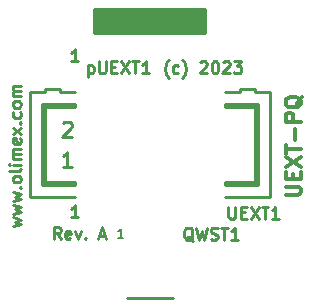
<source format=gbr>
G04 #@! TF.GenerationSoftware,KiCad,Pcbnew,5.1.0-rc2-unknown-036be7d~80~ubuntu16.04.1*
G04 #@! TF.CreationDate,2023-05-22T11:40:45+03:00*
G04 #@! TF.ProjectId,UEXT-PQ_Rev_A,55455854-2d50-4515-9f52-65765f412e6b,A*
G04 #@! TF.SameCoordinates,Original*
G04 #@! TF.FileFunction,Legend,Top*
G04 #@! TF.FilePolarity,Positive*
%FSLAX46Y46*%
G04 Gerber Fmt 4.6, Leading zero omitted, Abs format (unit mm)*
G04 Created by KiCad (PCBNEW 5.1.0-rc2-unknown-036be7d~80~ubuntu16.04.1) date 2023-05-22 11:40:45*
%MOMM*%
%LPD*%
G04 APERTURE LIST*
%ADD10C,0.254000*%
%ADD11C,0.317500*%
%ADD12C,0.190500*%
G04 APERTURE END LIST*
D10*
X80935285Y-144731619D02*
X80354714Y-144731619D01*
X80645000Y-144731619D02*
X80645000Y-143715619D01*
X80548238Y-143860761D01*
X80451476Y-143957523D01*
X80354714Y-144005904D01*
D11*
X98491523Y-142859880D02*
X99519619Y-142859880D01*
X99640571Y-142799404D01*
X99701047Y-142738928D01*
X99761523Y-142617976D01*
X99761523Y-142376071D01*
X99701047Y-142255119D01*
X99640571Y-142194642D01*
X99519619Y-142134166D01*
X98491523Y-142134166D01*
X99096285Y-141529404D02*
X99096285Y-141106071D01*
X99761523Y-140924642D02*
X99761523Y-141529404D01*
X98491523Y-141529404D01*
X98491523Y-140924642D01*
X98491523Y-140501309D02*
X99761523Y-139654642D01*
X98491523Y-139654642D02*
X99761523Y-140501309D01*
X98491523Y-139352261D02*
X98491523Y-138626547D01*
X99761523Y-138989404D02*
X98491523Y-138989404D01*
X99277714Y-138203214D02*
X99277714Y-137235595D01*
X99761523Y-136630833D02*
X98491523Y-136630833D01*
X98491523Y-136147023D01*
X98552000Y-136026071D01*
X98612476Y-135965595D01*
X98733428Y-135905119D01*
X98914857Y-135905119D01*
X99035809Y-135965595D01*
X99096285Y-136026071D01*
X99156761Y-136147023D01*
X99156761Y-136630833D01*
X99882476Y-134514166D02*
X99822000Y-134635119D01*
X99701047Y-134756071D01*
X99519619Y-134937500D01*
X99459142Y-135058452D01*
X99459142Y-135179404D01*
X99761523Y-135118928D02*
X99701047Y-135239880D01*
X99580095Y-135360833D01*
X99338190Y-135421309D01*
X98914857Y-135421309D01*
X98672952Y-135360833D01*
X98552000Y-135239880D01*
X98491523Y-135118928D01*
X98491523Y-134877023D01*
X98552000Y-134756071D01*
X98672952Y-134635119D01*
X98914857Y-134574642D01*
X99338190Y-134574642D01*
X99580095Y-134635119D01*
X99701047Y-134756071D01*
X99761523Y-134877023D01*
X99761523Y-135118928D01*
D10*
X75410785Y-145508738D02*
X76088119Y-145315214D01*
X75604309Y-145121690D01*
X76088119Y-144928166D01*
X75410785Y-144734642D01*
X75410785Y-144444357D02*
X76088119Y-144250833D01*
X75604309Y-144057309D01*
X76088119Y-143863785D01*
X75410785Y-143670261D01*
X75410785Y-143379976D02*
X76088119Y-143186452D01*
X75604309Y-142992928D01*
X76088119Y-142799404D01*
X75410785Y-142605880D01*
X75991357Y-142218833D02*
X76039738Y-142170452D01*
X76088119Y-142218833D01*
X76039738Y-142267214D01*
X75991357Y-142218833D01*
X76088119Y-142218833D01*
X76088119Y-141589880D02*
X76039738Y-141686642D01*
X75991357Y-141735023D01*
X75894595Y-141783404D01*
X75604309Y-141783404D01*
X75507547Y-141735023D01*
X75459166Y-141686642D01*
X75410785Y-141589880D01*
X75410785Y-141444738D01*
X75459166Y-141347976D01*
X75507547Y-141299595D01*
X75604309Y-141251214D01*
X75894595Y-141251214D01*
X75991357Y-141299595D01*
X76039738Y-141347976D01*
X76088119Y-141444738D01*
X76088119Y-141589880D01*
X76088119Y-140670642D02*
X76039738Y-140767404D01*
X75942976Y-140815785D01*
X75072119Y-140815785D01*
X76088119Y-140283595D02*
X75410785Y-140283595D01*
X75072119Y-140283595D02*
X75120500Y-140331976D01*
X75168880Y-140283595D01*
X75120500Y-140235214D01*
X75072119Y-140283595D01*
X75168880Y-140283595D01*
X76088119Y-139799785D02*
X75410785Y-139799785D01*
X75507547Y-139799785D02*
X75459166Y-139751404D01*
X75410785Y-139654642D01*
X75410785Y-139509500D01*
X75459166Y-139412738D01*
X75555928Y-139364357D01*
X76088119Y-139364357D01*
X75555928Y-139364357D02*
X75459166Y-139315976D01*
X75410785Y-139219214D01*
X75410785Y-139074071D01*
X75459166Y-138977309D01*
X75555928Y-138928928D01*
X76088119Y-138928928D01*
X76039738Y-138058071D02*
X76088119Y-138154833D01*
X76088119Y-138348357D01*
X76039738Y-138445119D01*
X75942976Y-138493500D01*
X75555928Y-138493500D01*
X75459166Y-138445119D01*
X75410785Y-138348357D01*
X75410785Y-138154833D01*
X75459166Y-138058071D01*
X75555928Y-138009690D01*
X75652690Y-138009690D01*
X75749452Y-138493500D01*
X76088119Y-137671023D02*
X75410785Y-137138833D01*
X75410785Y-137671023D02*
X76088119Y-137138833D01*
X75991357Y-136751785D02*
X76039738Y-136703404D01*
X76088119Y-136751785D01*
X76039738Y-136800166D01*
X75991357Y-136751785D01*
X76088119Y-136751785D01*
X76039738Y-135832547D02*
X76088119Y-135929309D01*
X76088119Y-136122833D01*
X76039738Y-136219595D01*
X75991357Y-136267976D01*
X75894595Y-136316357D01*
X75604309Y-136316357D01*
X75507547Y-136267976D01*
X75459166Y-136219595D01*
X75410785Y-136122833D01*
X75410785Y-135929309D01*
X75459166Y-135832547D01*
X76088119Y-135251976D02*
X76039738Y-135348738D01*
X75991357Y-135397119D01*
X75894595Y-135445500D01*
X75604309Y-135445500D01*
X75507547Y-135397119D01*
X75459166Y-135348738D01*
X75410785Y-135251976D01*
X75410785Y-135106833D01*
X75459166Y-135010071D01*
X75507547Y-134961690D01*
X75604309Y-134913309D01*
X75894595Y-134913309D01*
X75991357Y-134961690D01*
X76039738Y-135010071D01*
X76088119Y-135106833D01*
X76088119Y-135251976D01*
X76088119Y-134477880D02*
X75410785Y-134477880D01*
X75507547Y-134477880D02*
X75459166Y-134429500D01*
X75410785Y-134332738D01*
X75410785Y-134187595D01*
X75459166Y-134090833D01*
X75555928Y-134042452D01*
X76088119Y-134042452D01*
X75555928Y-134042452D02*
X75459166Y-133994071D01*
X75410785Y-133897309D01*
X75410785Y-133752166D01*
X75459166Y-133655404D01*
X75555928Y-133607023D01*
X76088119Y-133607023D01*
X88600642Y-132926666D02*
X88552261Y-132878285D01*
X88455500Y-132733142D01*
X88407119Y-132636380D01*
X88358738Y-132491238D01*
X88310357Y-132249333D01*
X88310357Y-132055809D01*
X88358738Y-131813904D01*
X88407119Y-131668761D01*
X88455500Y-131572000D01*
X88552261Y-131426857D01*
X88600642Y-131378476D01*
X89423119Y-132491238D02*
X89326357Y-132539619D01*
X89132833Y-132539619D01*
X89036071Y-132491238D01*
X88987690Y-132442857D01*
X88939309Y-132346095D01*
X88939309Y-132055809D01*
X88987690Y-131959047D01*
X89036071Y-131910666D01*
X89132833Y-131862285D01*
X89326357Y-131862285D01*
X89423119Y-131910666D01*
X89761785Y-132926666D02*
X89810166Y-132878285D01*
X89906928Y-132733142D01*
X89955309Y-132636380D01*
X90003690Y-132491238D01*
X90052071Y-132249333D01*
X90052071Y-132055809D01*
X90003690Y-131813904D01*
X89955309Y-131668761D01*
X89906928Y-131572000D01*
X89810166Y-131426857D01*
X89761785Y-131378476D01*
X91261595Y-131620380D02*
X91309976Y-131572000D01*
X91406738Y-131523619D01*
X91648642Y-131523619D01*
X91745404Y-131572000D01*
X91793785Y-131620380D01*
X91842166Y-131717142D01*
X91842166Y-131813904D01*
X91793785Y-131959047D01*
X91213214Y-132539619D01*
X91842166Y-132539619D01*
X92471119Y-131523619D02*
X92567880Y-131523619D01*
X92664642Y-131572000D01*
X92713023Y-131620380D01*
X92761404Y-131717142D01*
X92809785Y-131910666D01*
X92809785Y-132152571D01*
X92761404Y-132346095D01*
X92713023Y-132442857D01*
X92664642Y-132491238D01*
X92567880Y-132539619D01*
X92471119Y-132539619D01*
X92374357Y-132491238D01*
X92325976Y-132442857D01*
X92277595Y-132346095D01*
X92229214Y-132152571D01*
X92229214Y-131910666D01*
X92277595Y-131717142D01*
X92325976Y-131620380D01*
X92374357Y-131572000D01*
X92471119Y-131523619D01*
X93196833Y-131620380D02*
X93245214Y-131572000D01*
X93341976Y-131523619D01*
X93583880Y-131523619D01*
X93680642Y-131572000D01*
X93729023Y-131620380D01*
X93777404Y-131717142D01*
X93777404Y-131813904D01*
X93729023Y-131959047D01*
X93148452Y-132539619D01*
X93777404Y-132539619D01*
X94116071Y-131523619D02*
X94745023Y-131523619D01*
X94406357Y-131910666D01*
X94551500Y-131910666D01*
X94648261Y-131959047D01*
X94696642Y-132007428D01*
X94745023Y-132104190D01*
X94745023Y-132346095D01*
X94696642Y-132442857D01*
X94648261Y-132491238D01*
X94551500Y-132539619D01*
X94261214Y-132539619D01*
X94164452Y-132491238D01*
X94116071Y-132442857D01*
X79453619Y-146573119D02*
X79114952Y-146089309D01*
X78873047Y-146573119D02*
X78873047Y-145557119D01*
X79260095Y-145557119D01*
X79356857Y-145605500D01*
X79405238Y-145653880D01*
X79453619Y-145750642D01*
X79453619Y-145895785D01*
X79405238Y-145992547D01*
X79356857Y-146040928D01*
X79260095Y-146089309D01*
X78873047Y-146089309D01*
X80276095Y-146524738D02*
X80179333Y-146573119D01*
X79985809Y-146573119D01*
X79889047Y-146524738D01*
X79840666Y-146427976D01*
X79840666Y-146040928D01*
X79889047Y-145944166D01*
X79985809Y-145895785D01*
X80179333Y-145895785D01*
X80276095Y-145944166D01*
X80324476Y-146040928D01*
X80324476Y-146137690D01*
X79840666Y-146234452D01*
X80663142Y-145895785D02*
X80905047Y-146573119D01*
X81146952Y-145895785D01*
X81534000Y-146476357D02*
X81582380Y-146524738D01*
X81534000Y-146573119D01*
X81485619Y-146524738D01*
X81534000Y-146476357D01*
X81534000Y-146573119D01*
X82743523Y-146282833D02*
X83227333Y-146282833D01*
X82646761Y-146573119D02*
X82985428Y-145557119D01*
X83324095Y-146573119D01*
X80650000Y-135425000D02*
X80650000Y-135171000D01*
X80650000Y-142029000D02*
X80650000Y-141775000D01*
X93350000Y-142029000D02*
X93350000Y-141775000D01*
X93350000Y-135425000D02*
X93350000Y-135171000D01*
X80650000Y-143045000D02*
X76840000Y-143045000D01*
X77856000Y-142029000D02*
X80650000Y-142029000D01*
X77856000Y-135171000D02*
X77856000Y-142029000D01*
X80650000Y-135171000D02*
X77856000Y-135171000D01*
X96144000Y-135171000D02*
X93350000Y-135171000D01*
X96144000Y-142029000D02*
X96144000Y-135171000D01*
X93350000Y-142029000D02*
X96144000Y-142029000D01*
X79380000Y-134155000D02*
X80650000Y-134155000D01*
X79380000Y-133901000D02*
X79380000Y-134155000D01*
X78110000Y-133901000D02*
X78110000Y-134155000D01*
X79380000Y-133901000D02*
X78110000Y-133901000D01*
X93350000Y-134155000D02*
X94620000Y-134155000D01*
X95890000Y-134155000D02*
X97160000Y-134155000D01*
X94620000Y-134155000D02*
X94620000Y-133901000D01*
X95890000Y-133901000D02*
X94620000Y-133901000D01*
X95890000Y-134155000D02*
X95890000Y-133901000D01*
X80650000Y-141775000D02*
X78110000Y-141775000D01*
X95890000Y-141775000D02*
X93350000Y-141775000D01*
X76840000Y-134155000D02*
X76840000Y-143045000D01*
X97160000Y-143045000D02*
X97160000Y-134155000D01*
X97160000Y-143045000D02*
X93350000Y-143045000D01*
X76840000Y-134155000D02*
X78110000Y-134155000D01*
X78110000Y-135425000D02*
X78110000Y-141775000D01*
X95890000Y-141775000D02*
X95890000Y-135425000D01*
X93350000Y-135425000D02*
X95890000Y-135425000D01*
X78110000Y-135425000D02*
X80650000Y-135425000D01*
X78364000Y-135298000D02*
X77983000Y-135298000D01*
X78364000Y-141902000D02*
X77983000Y-141902000D01*
X95763000Y-141902000D02*
X96017000Y-141902000D01*
X95636000Y-135298000D02*
X96144000Y-135298000D01*
G36*
X82301000Y-127100000D02*
G01*
X82301000Y-129154000D01*
X91699000Y-129154000D01*
X91699000Y-127100000D01*
X82301000Y-127100000D01*
G37*
X82301000Y-127100000D02*
X82301000Y-129154000D01*
X91699000Y-129154000D01*
X91699000Y-127100000D01*
X82301000Y-127100000D01*
X82301000Y-127100000D02*
X91699000Y-127100000D01*
X85060000Y-151585000D02*
X89000000Y-151585000D01*
X93653428Y-143842619D02*
X93653428Y-144665095D01*
X93701809Y-144761857D01*
X93750190Y-144810238D01*
X93846952Y-144858619D01*
X94040476Y-144858619D01*
X94137238Y-144810238D01*
X94185619Y-144761857D01*
X94234000Y-144665095D01*
X94234000Y-143842619D01*
X94717809Y-144326428D02*
X95056476Y-144326428D01*
X95201619Y-144858619D02*
X94717809Y-144858619D01*
X94717809Y-143842619D01*
X95201619Y-143842619D01*
X95540285Y-143842619D02*
X96217619Y-144858619D01*
X96217619Y-143842619D02*
X95540285Y-144858619D01*
X96459523Y-143842619D02*
X97040095Y-143842619D01*
X96749809Y-144858619D02*
X96749809Y-143842619D01*
X97910952Y-144858619D02*
X97330380Y-144858619D01*
X97620666Y-144858619D02*
X97620666Y-143842619D01*
X97523904Y-143987761D01*
X97427142Y-144084523D01*
X97330380Y-144132904D01*
X79652142Y-136755476D02*
X79712619Y-136695000D01*
X79833571Y-136634523D01*
X80135952Y-136634523D01*
X80256904Y-136695000D01*
X80317380Y-136755476D01*
X80377857Y-136876428D01*
X80377857Y-136997380D01*
X80317380Y-137178809D01*
X79591666Y-137904523D01*
X80377857Y-137904523D01*
X80377857Y-140444523D02*
X79652142Y-140444523D01*
X80015000Y-140444523D02*
X80015000Y-139174523D01*
X79894047Y-139355952D01*
X79773095Y-139476904D01*
X79652142Y-139537380D01*
X81763809Y-131862285D02*
X81763809Y-132878285D01*
X81763809Y-131910666D02*
X81860571Y-131862285D01*
X82054095Y-131862285D01*
X82150857Y-131910666D01*
X82199238Y-131959047D01*
X82247619Y-132055809D01*
X82247619Y-132346095D01*
X82199238Y-132442857D01*
X82150857Y-132491238D01*
X82054095Y-132539619D01*
X81860571Y-132539619D01*
X81763809Y-132491238D01*
X82683047Y-131523619D02*
X82683047Y-132346095D01*
X82731428Y-132442857D01*
X82779809Y-132491238D01*
X82876571Y-132539619D01*
X83070095Y-132539619D01*
X83166857Y-132491238D01*
X83215238Y-132442857D01*
X83263619Y-132346095D01*
X83263619Y-131523619D01*
X83747428Y-132007428D02*
X84086095Y-132007428D01*
X84231238Y-132539619D02*
X83747428Y-132539619D01*
X83747428Y-131523619D01*
X84231238Y-131523619D01*
X84569904Y-131523619D02*
X85247238Y-132539619D01*
X85247238Y-131523619D02*
X84569904Y-132539619D01*
X85489142Y-131523619D02*
X86069714Y-131523619D01*
X85779428Y-132539619D02*
X85779428Y-131523619D01*
X86940571Y-132539619D02*
X86360000Y-132539619D01*
X86650285Y-132539619D02*
X86650285Y-131523619D01*
X86553523Y-131668761D01*
X86456761Y-131765523D01*
X86360000Y-131813904D01*
X80935285Y-131523619D02*
X80354714Y-131523619D01*
X80645000Y-131523619D02*
X80645000Y-130507619D01*
X80548238Y-130652761D01*
X80451476Y-130749523D01*
X80354714Y-130797904D01*
X90653809Y-146733380D02*
X90557047Y-146685000D01*
X90460285Y-146588238D01*
X90315142Y-146443095D01*
X90218380Y-146394714D01*
X90121619Y-146394714D01*
X90170000Y-146636619D02*
X90073238Y-146588238D01*
X89976476Y-146491476D01*
X89928095Y-146297952D01*
X89928095Y-145959285D01*
X89976476Y-145765761D01*
X90073238Y-145669000D01*
X90170000Y-145620619D01*
X90363523Y-145620619D01*
X90460285Y-145669000D01*
X90557047Y-145765761D01*
X90605428Y-145959285D01*
X90605428Y-146297952D01*
X90557047Y-146491476D01*
X90460285Y-146588238D01*
X90363523Y-146636619D01*
X90170000Y-146636619D01*
X90944095Y-145620619D02*
X91186000Y-146636619D01*
X91379523Y-145910904D01*
X91573047Y-146636619D01*
X91814952Y-145620619D01*
X92153619Y-146588238D02*
X92298761Y-146636619D01*
X92540666Y-146636619D01*
X92637428Y-146588238D01*
X92685809Y-146539857D01*
X92734190Y-146443095D01*
X92734190Y-146346333D01*
X92685809Y-146249571D01*
X92637428Y-146201190D01*
X92540666Y-146152809D01*
X92347142Y-146104428D01*
X92250380Y-146056047D01*
X92202000Y-146007666D01*
X92153619Y-145910904D01*
X92153619Y-145814142D01*
X92202000Y-145717380D01*
X92250380Y-145669000D01*
X92347142Y-145620619D01*
X92589047Y-145620619D01*
X92734190Y-145669000D01*
X93024476Y-145620619D02*
X93605047Y-145620619D01*
X93314761Y-146636619D02*
X93314761Y-145620619D01*
X94475904Y-146636619D02*
X93895333Y-146636619D01*
X94185619Y-146636619D02*
X94185619Y-145620619D01*
X94088857Y-145765761D01*
X93992095Y-145862523D01*
X93895333Y-145910904D01*
D12*
X84756714Y-146450714D02*
X84321285Y-146450714D01*
X84539000Y-146450714D02*
X84539000Y-145688714D01*
X84466428Y-145797571D01*
X84393857Y-145870142D01*
X84321285Y-145906428D01*
M02*

</source>
